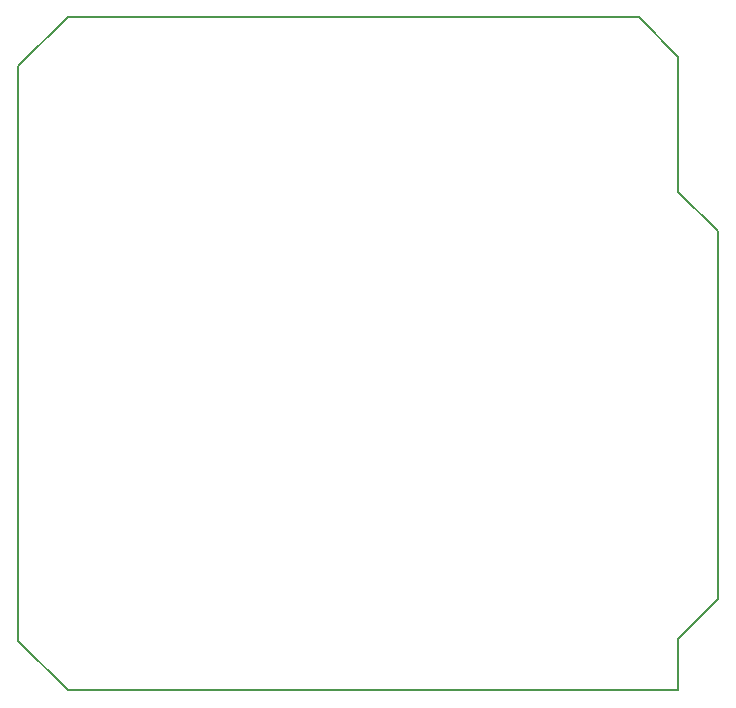
<source format=gm1>
G04*
G04 #@! TF.GenerationSoftware,Altium Limited,Altium Designer,23.1.1 (15)*
G04*
G04 Layer_Color=16711935*
%FSLAX24Y24*%
%MOIN*%
G70*
G04*
G04 #@! TF.SameCoordinates,0A79AF00-5A7F-476D-9868-4C47CD430A8F*
G04*
G04*
G04 #@! TF.FilePolarity,Positive*
G04*
G01*
G75*
%ADD16C,0.0060*%
D16*
X22000Y1723D02*
X23307Y3030D01*
X22000Y16623D02*
X23307Y15316D01*
Y3030D02*
Y15316D01*
X1638Y22431D02*
X20692D01*
X1653Y-0D02*
X22000D01*
X-0Y1653D02*
X1653Y-0D01*
X22000D02*
Y1723D01*
X-0Y1653D02*
Y20793D01*
X22000Y16623D02*
Y21123D01*
X20692Y22431D02*
X22000Y21123D01*
X-0Y20793D02*
X1638Y22431D01*
M02*

</source>
